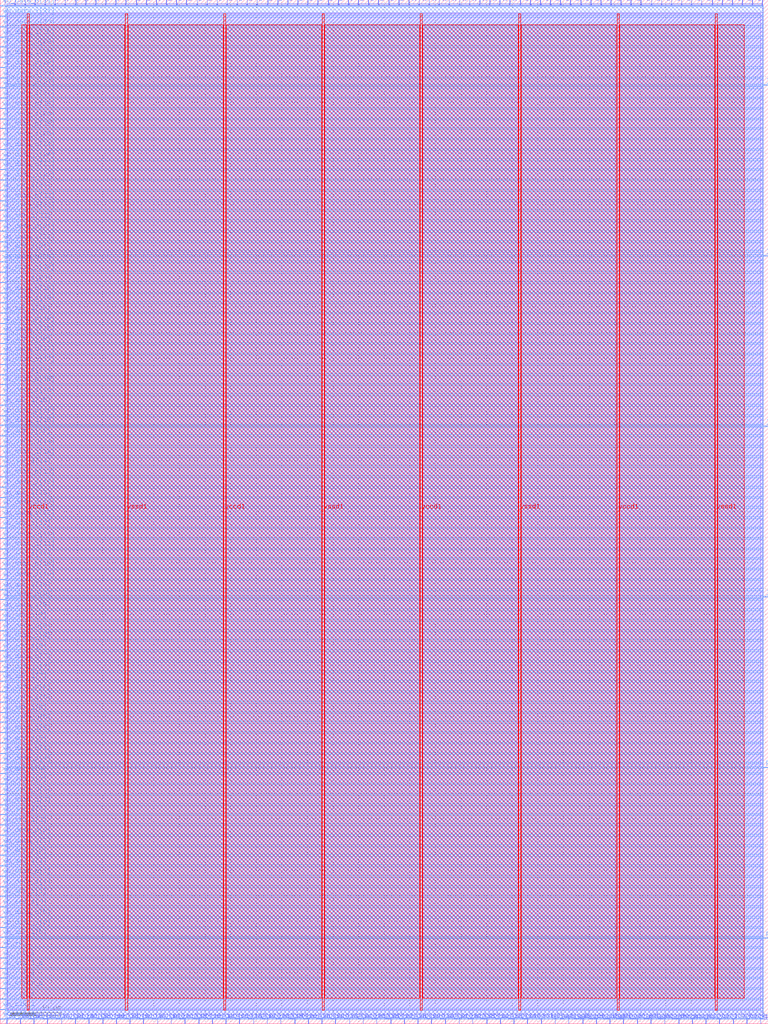
<source format=lef>
VERSION 5.7 ;
  NOWIREEXTENSIONATPIN ON ;
  DIVIDERCHAR "/" ;
  BUSBITCHARS "[]" ;
MACRO Peripherals
  CLASS BLOCK ;
  FOREIGN Peripherals ;
  ORIGIN 0.000 0.000 ;
  SIZE 600.000 BY 800.000 ;
  PIN flash_csb
    DIRECTION INPUT ;
    USE SIGNAL ;
    PORT
      LAYER met2 ;
        RECT 433.410 0.000 433.690 4.000 ;
    END
  END flash_csb
  PIN flash_io0_read
    DIRECTION OUTPUT TRISTATE ;
    USE SIGNAL ;
    PORT
      LAYER met2 ;
        RECT 443.990 0.000 444.270 4.000 ;
    END
  END flash_io0_read
  PIN flash_io0_we
    DIRECTION INPUT ;
    USE SIGNAL ;
    PORT
      LAYER met2 ;
        RECT 455.030 0.000 455.310 4.000 ;
    END
  END flash_io0_we
  PIN flash_io0_write
    DIRECTION INPUT ;
    USE SIGNAL ;
    PORT
      LAYER met2 ;
        RECT 465.610 0.000 465.890 4.000 ;
    END
  END flash_io0_write
  PIN flash_io1_read
    DIRECTION OUTPUT TRISTATE ;
    USE SIGNAL ;
    PORT
      LAYER met2 ;
        RECT 476.190 0.000 476.470 4.000 ;
    END
  END flash_io1_read
  PIN flash_io1_we
    DIRECTION INPUT ;
    USE SIGNAL ;
    PORT
      LAYER met2 ;
        RECT 486.770 0.000 487.050 4.000 ;
    END
  END flash_io1_we
  PIN flash_io1_write
    DIRECTION INPUT ;
    USE SIGNAL ;
    PORT
      LAYER met2 ;
        RECT 497.810 0.000 498.090 4.000 ;
    END
  END flash_io1_write
  PIN flash_sck
    DIRECTION INPUT ;
    USE SIGNAL ;
    PORT
      LAYER met2 ;
        RECT 508.390 0.000 508.670 4.000 ;
    END
  END flash_sck
  PIN internal_uart_rx
    DIRECTION INPUT ;
    USE SIGNAL ;
    PORT
      LAYER met2 ;
        RECT 411.790 0.000 412.070 4.000 ;
    END
  END internal_uart_rx
  PIN internal_uart_tx
    DIRECTION OUTPUT TRISTATE ;
    USE SIGNAL ;
    PORT
      LAYER met2 ;
        RECT 422.830 0.000 423.110 4.000 ;
    END
  END internal_uart_tx
  PIN io_in[0]
    DIRECTION INPUT ;
    USE SIGNAL ;
    PORT
      LAYER met2 ;
        RECT 3.770 796.000 4.050 800.000 ;
    END
  END io_in[0]
  PIN io_in[10]
    DIRECTION INPUT ;
    USE SIGNAL ;
    PORT
      LAYER met2 ;
        RECT 82.430 796.000 82.710 800.000 ;
    END
  END io_in[10]
  PIN io_in[11]
    DIRECTION INPUT ;
    USE SIGNAL ;
    PORT
      LAYER met2 ;
        RECT 90.250 796.000 90.530 800.000 ;
    END
  END io_in[11]
  PIN io_in[12]
    DIRECTION INPUT ;
    USE SIGNAL ;
    PORT
      LAYER met2 ;
        RECT 98.070 796.000 98.350 800.000 ;
    END
  END io_in[12]
  PIN io_in[13]
    DIRECTION INPUT ;
    USE SIGNAL ;
    PORT
      LAYER met2 ;
        RECT 106.350 796.000 106.630 800.000 ;
    END
  END io_in[13]
  PIN io_in[14]
    DIRECTION INPUT ;
    USE SIGNAL ;
    PORT
      LAYER met2 ;
        RECT 114.170 796.000 114.450 800.000 ;
    END
  END io_in[14]
  PIN io_in[15]
    DIRECTION INPUT ;
    USE SIGNAL ;
    PORT
      LAYER met2 ;
        RECT 121.990 796.000 122.270 800.000 ;
    END
  END io_in[15]
  PIN io_in[16]
    DIRECTION INPUT ;
    USE SIGNAL ;
    PORT
      LAYER met2 ;
        RECT 129.810 796.000 130.090 800.000 ;
    END
  END io_in[16]
  PIN io_in[17]
    DIRECTION INPUT ;
    USE SIGNAL ;
    PORT
      LAYER met2 ;
        RECT 137.630 796.000 137.910 800.000 ;
    END
  END io_in[17]
  PIN io_in[18]
    DIRECTION INPUT ;
    USE SIGNAL ;
    PORT
      LAYER met2 ;
        RECT 145.450 796.000 145.730 800.000 ;
    END
  END io_in[18]
  PIN io_in[19]
    DIRECTION INPUT ;
    USE SIGNAL ;
    PORT
      LAYER met2 ;
        RECT 153.730 796.000 154.010 800.000 ;
    END
  END io_in[19]
  PIN io_in[1]
    DIRECTION INPUT ;
    USE SIGNAL ;
    PORT
      LAYER met2 ;
        RECT 11.590 796.000 11.870 800.000 ;
    END
  END io_in[1]
  PIN io_in[20]
    DIRECTION INPUT ;
    USE SIGNAL ;
    PORT
      LAYER met2 ;
        RECT 161.550 796.000 161.830 800.000 ;
    END
  END io_in[20]
  PIN io_in[21]
    DIRECTION INPUT ;
    USE SIGNAL ;
    PORT
      LAYER met2 ;
        RECT 169.370 796.000 169.650 800.000 ;
    END
  END io_in[21]
  PIN io_in[22]
    DIRECTION INPUT ;
    USE SIGNAL ;
    PORT
      LAYER met2 ;
        RECT 177.190 796.000 177.470 800.000 ;
    END
  END io_in[22]
  PIN io_in[23]
    DIRECTION INPUT ;
    USE SIGNAL ;
    PORT
      LAYER met2 ;
        RECT 185.010 796.000 185.290 800.000 ;
    END
  END io_in[23]
  PIN io_in[24]
    DIRECTION INPUT ;
    USE SIGNAL ;
    PORT
      LAYER met2 ;
        RECT 192.830 796.000 193.110 800.000 ;
    END
  END io_in[24]
  PIN io_in[25]
    DIRECTION INPUT ;
    USE SIGNAL ;
    PORT
      LAYER met2 ;
        RECT 200.650 796.000 200.930 800.000 ;
    END
  END io_in[25]
  PIN io_in[26]
    DIRECTION INPUT ;
    USE SIGNAL ;
    PORT
      LAYER met2 ;
        RECT 208.930 796.000 209.210 800.000 ;
    END
  END io_in[26]
  PIN io_in[27]
    DIRECTION INPUT ;
    USE SIGNAL ;
    PORT
      LAYER met2 ;
        RECT 216.750 796.000 217.030 800.000 ;
    END
  END io_in[27]
  PIN io_in[28]
    DIRECTION INPUT ;
    USE SIGNAL ;
    PORT
      LAYER met2 ;
        RECT 224.570 796.000 224.850 800.000 ;
    END
  END io_in[28]
  PIN io_in[29]
    DIRECTION INPUT ;
    USE SIGNAL ;
    PORT
      LAYER met2 ;
        RECT 232.390 796.000 232.670 800.000 ;
    END
  END io_in[29]
  PIN io_in[2]
    DIRECTION INPUT ;
    USE SIGNAL ;
    PORT
      LAYER met2 ;
        RECT 19.410 796.000 19.690 800.000 ;
    END
  END io_in[2]
  PIN io_in[30]
    DIRECTION INPUT ;
    USE SIGNAL ;
    PORT
      LAYER met2 ;
        RECT 240.210 796.000 240.490 800.000 ;
    END
  END io_in[30]
  PIN io_in[31]
    DIRECTION INPUT ;
    USE SIGNAL ;
    PORT
      LAYER met2 ;
        RECT 248.030 796.000 248.310 800.000 ;
    END
  END io_in[31]
  PIN io_in[32]
    DIRECTION INPUT ;
    USE SIGNAL ;
    PORT
      LAYER met2 ;
        RECT 256.310 796.000 256.590 800.000 ;
    END
  END io_in[32]
  PIN io_in[33]
    DIRECTION INPUT ;
    USE SIGNAL ;
    PORT
      LAYER met2 ;
        RECT 264.130 796.000 264.410 800.000 ;
    END
  END io_in[33]
  PIN io_in[34]
    DIRECTION INPUT ;
    USE SIGNAL ;
    PORT
      LAYER met2 ;
        RECT 271.950 796.000 272.230 800.000 ;
    END
  END io_in[34]
  PIN io_in[35]
    DIRECTION INPUT ;
    USE SIGNAL ;
    PORT
      LAYER met2 ;
        RECT 279.770 796.000 280.050 800.000 ;
    END
  END io_in[35]
  PIN io_in[36]
    DIRECTION INPUT ;
    USE SIGNAL ;
    PORT
      LAYER met2 ;
        RECT 287.590 796.000 287.870 800.000 ;
    END
  END io_in[36]
  PIN io_in[37]
    DIRECTION INPUT ;
    USE SIGNAL ;
    PORT
      LAYER met2 ;
        RECT 295.410 796.000 295.690 800.000 ;
    END
  END io_in[37]
  PIN io_in[3]
    DIRECTION INPUT ;
    USE SIGNAL ;
    PORT
      LAYER met2 ;
        RECT 27.230 796.000 27.510 800.000 ;
    END
  END io_in[3]
  PIN io_in[4]
    DIRECTION INPUT ;
    USE SIGNAL ;
    PORT
      LAYER met2 ;
        RECT 35.050 796.000 35.330 800.000 ;
    END
  END io_in[4]
  PIN io_in[5]
    DIRECTION INPUT ;
    USE SIGNAL ;
    PORT
      LAYER met2 ;
        RECT 42.870 796.000 43.150 800.000 ;
    END
  END io_in[5]
  PIN io_in[6]
    DIRECTION INPUT ;
    USE SIGNAL ;
    PORT
      LAYER met2 ;
        RECT 50.690 796.000 50.970 800.000 ;
    END
  END io_in[6]
  PIN io_in[7]
    DIRECTION INPUT ;
    USE SIGNAL ;
    PORT
      LAYER met2 ;
        RECT 58.970 796.000 59.250 800.000 ;
    END
  END io_in[7]
  PIN io_in[8]
    DIRECTION INPUT ;
    USE SIGNAL ;
    PORT
      LAYER met2 ;
        RECT 66.790 796.000 67.070 800.000 ;
    END
  END io_in[8]
  PIN io_in[9]
    DIRECTION INPUT ;
    USE SIGNAL ;
    PORT
      LAYER met2 ;
        RECT 74.610 796.000 74.890 800.000 ;
    END
  END io_in[9]
  PIN io_oeb[0]
    DIRECTION OUTPUT TRISTATE ;
    USE SIGNAL ;
    PORT
      LAYER met2 ;
        RECT 5.150 0.000 5.430 4.000 ;
    END
  END io_oeb[0]
  PIN io_oeb[10]
    DIRECTION OUTPUT TRISTATE ;
    USE SIGNAL ;
    PORT
      LAYER met2 ;
        RECT 111.870 0.000 112.150 4.000 ;
    END
  END io_oeb[10]
  PIN io_oeb[11]
    DIRECTION OUTPUT TRISTATE ;
    USE SIGNAL ;
    PORT
      LAYER met2 ;
        RECT 122.910 0.000 123.190 4.000 ;
    END
  END io_oeb[11]
  PIN io_oeb[12]
    DIRECTION OUTPUT TRISTATE ;
    USE SIGNAL ;
    PORT
      LAYER met2 ;
        RECT 133.490 0.000 133.770 4.000 ;
    END
  END io_oeb[12]
  PIN io_oeb[13]
    DIRECTION OUTPUT TRISTATE ;
    USE SIGNAL ;
    PORT
      LAYER met2 ;
        RECT 144.070 0.000 144.350 4.000 ;
    END
  END io_oeb[13]
  PIN io_oeb[14]
    DIRECTION OUTPUT TRISTATE ;
    USE SIGNAL ;
    PORT
      LAYER met2 ;
        RECT 155.110 0.000 155.390 4.000 ;
    END
  END io_oeb[14]
  PIN io_oeb[15]
    DIRECTION OUTPUT TRISTATE ;
    USE SIGNAL ;
    PORT
      LAYER met2 ;
        RECT 165.690 0.000 165.970 4.000 ;
    END
  END io_oeb[15]
  PIN io_oeb[16]
    DIRECTION OUTPUT TRISTATE ;
    USE SIGNAL ;
    PORT
      LAYER met2 ;
        RECT 176.270 0.000 176.550 4.000 ;
    END
  END io_oeb[16]
  PIN io_oeb[17]
    DIRECTION OUTPUT TRISTATE ;
    USE SIGNAL ;
    PORT
      LAYER met2 ;
        RECT 186.850 0.000 187.130 4.000 ;
    END
  END io_oeb[17]
  PIN io_oeb[18]
    DIRECTION OUTPUT TRISTATE ;
    USE SIGNAL ;
    PORT
      LAYER met2 ;
        RECT 197.890 0.000 198.170 4.000 ;
    END
  END io_oeb[18]
  PIN io_oeb[19]
    DIRECTION OUTPUT TRISTATE ;
    USE SIGNAL ;
    PORT
      LAYER met2 ;
        RECT 208.470 0.000 208.750 4.000 ;
    END
  END io_oeb[19]
  PIN io_oeb[1]
    DIRECTION OUTPUT TRISTATE ;
    USE SIGNAL ;
    PORT
      LAYER met2 ;
        RECT 15.730 0.000 16.010 4.000 ;
    END
  END io_oeb[1]
  PIN io_oeb[20]
    DIRECTION OUTPUT TRISTATE ;
    USE SIGNAL ;
    PORT
      LAYER met2 ;
        RECT 219.050 0.000 219.330 4.000 ;
    END
  END io_oeb[20]
  PIN io_oeb[21]
    DIRECTION OUTPUT TRISTATE ;
    USE SIGNAL ;
    PORT
      LAYER met2 ;
        RECT 230.090 0.000 230.370 4.000 ;
    END
  END io_oeb[21]
  PIN io_oeb[22]
    DIRECTION OUTPUT TRISTATE ;
    USE SIGNAL ;
    PORT
      LAYER met2 ;
        RECT 240.670 0.000 240.950 4.000 ;
    END
  END io_oeb[22]
  PIN io_oeb[23]
    DIRECTION OUTPUT TRISTATE ;
    USE SIGNAL ;
    PORT
      LAYER met2 ;
        RECT 251.250 0.000 251.530 4.000 ;
    END
  END io_oeb[23]
  PIN io_oeb[24]
    DIRECTION OUTPUT TRISTATE ;
    USE SIGNAL ;
    PORT
      LAYER met2 ;
        RECT 261.830 0.000 262.110 4.000 ;
    END
  END io_oeb[24]
  PIN io_oeb[25]
    DIRECTION OUTPUT TRISTATE ;
    USE SIGNAL ;
    PORT
      LAYER met2 ;
        RECT 272.870 0.000 273.150 4.000 ;
    END
  END io_oeb[25]
  PIN io_oeb[26]
    DIRECTION OUTPUT TRISTATE ;
    USE SIGNAL ;
    PORT
      LAYER met2 ;
        RECT 283.450 0.000 283.730 4.000 ;
    END
  END io_oeb[26]
  PIN io_oeb[27]
    DIRECTION OUTPUT TRISTATE ;
    USE SIGNAL ;
    PORT
      LAYER met2 ;
        RECT 294.030 0.000 294.310 4.000 ;
    END
  END io_oeb[27]
  PIN io_oeb[28]
    DIRECTION OUTPUT TRISTATE ;
    USE SIGNAL ;
    PORT
      LAYER met2 ;
        RECT 305.070 0.000 305.350 4.000 ;
    END
  END io_oeb[28]
  PIN io_oeb[29]
    DIRECTION OUTPUT TRISTATE ;
    USE SIGNAL ;
    PORT
      LAYER met2 ;
        RECT 315.650 0.000 315.930 4.000 ;
    END
  END io_oeb[29]
  PIN io_oeb[2]
    DIRECTION OUTPUT TRISTATE ;
    USE SIGNAL ;
    PORT
      LAYER met2 ;
        RECT 26.310 0.000 26.590 4.000 ;
    END
  END io_oeb[2]
  PIN io_oeb[30]
    DIRECTION OUTPUT TRISTATE ;
    USE SIGNAL ;
    PORT
      LAYER met2 ;
        RECT 326.230 0.000 326.510 4.000 ;
    END
  END io_oeb[30]
  PIN io_oeb[31]
    DIRECTION OUTPUT TRISTATE ;
    USE SIGNAL ;
    PORT
      LAYER met2 ;
        RECT 336.810 0.000 337.090 4.000 ;
    END
  END io_oeb[31]
  PIN io_oeb[32]
    DIRECTION OUTPUT TRISTATE ;
    USE SIGNAL ;
    PORT
      LAYER met2 ;
        RECT 347.850 0.000 348.130 4.000 ;
    END
  END io_oeb[32]
  PIN io_oeb[33]
    DIRECTION OUTPUT TRISTATE ;
    USE SIGNAL ;
    PORT
      LAYER met2 ;
        RECT 358.430 0.000 358.710 4.000 ;
    END
  END io_oeb[33]
  PIN io_oeb[34]
    DIRECTION OUTPUT TRISTATE ;
    USE SIGNAL ;
    PORT
      LAYER met2 ;
        RECT 369.010 0.000 369.290 4.000 ;
    END
  END io_oeb[34]
  PIN io_oeb[35]
    DIRECTION OUTPUT TRISTATE ;
    USE SIGNAL ;
    PORT
      LAYER met2 ;
        RECT 380.050 0.000 380.330 4.000 ;
    END
  END io_oeb[35]
  PIN io_oeb[36]
    DIRECTION OUTPUT TRISTATE ;
    USE SIGNAL ;
    PORT
      LAYER met2 ;
        RECT 390.630 0.000 390.910 4.000 ;
    END
  END io_oeb[36]
  PIN io_oeb[37]
    DIRECTION OUTPUT TRISTATE ;
    USE SIGNAL ;
    PORT
      LAYER met2 ;
        RECT 401.210 0.000 401.490 4.000 ;
    END
  END io_oeb[37]
  PIN io_oeb[3]
    DIRECTION OUTPUT TRISTATE ;
    USE SIGNAL ;
    PORT
      LAYER met2 ;
        RECT 36.890 0.000 37.170 4.000 ;
    END
  END io_oeb[3]
  PIN io_oeb[4]
    DIRECTION OUTPUT TRISTATE ;
    USE SIGNAL ;
    PORT
      LAYER met2 ;
        RECT 47.930 0.000 48.210 4.000 ;
    END
  END io_oeb[4]
  PIN io_oeb[5]
    DIRECTION OUTPUT TRISTATE ;
    USE SIGNAL ;
    PORT
      LAYER met2 ;
        RECT 58.510 0.000 58.790 4.000 ;
    END
  END io_oeb[5]
  PIN io_oeb[6]
    DIRECTION OUTPUT TRISTATE ;
    USE SIGNAL ;
    PORT
      LAYER met2 ;
        RECT 69.090 0.000 69.370 4.000 ;
    END
  END io_oeb[6]
  PIN io_oeb[7]
    DIRECTION OUTPUT TRISTATE ;
    USE SIGNAL ;
    PORT
      LAYER met2 ;
        RECT 80.130 0.000 80.410 4.000 ;
    END
  END io_oeb[7]
  PIN io_oeb[8]
    DIRECTION OUTPUT TRISTATE ;
    USE SIGNAL ;
    PORT
      LAYER met2 ;
        RECT 90.710 0.000 90.990 4.000 ;
    END
  END io_oeb[8]
  PIN io_oeb[9]
    DIRECTION OUTPUT TRISTATE ;
    USE SIGNAL ;
    PORT
      LAYER met2 ;
        RECT 101.290 0.000 101.570 4.000 ;
    END
  END io_oeb[9]
  PIN io_out[0]
    DIRECTION OUTPUT TRISTATE ;
    USE SIGNAL ;
    PORT
      LAYER met2 ;
        RECT 303.690 796.000 303.970 800.000 ;
    END
  END io_out[0]
  PIN io_out[10]
    DIRECTION OUTPUT TRISTATE ;
    USE SIGNAL ;
    PORT
      LAYER met2 ;
        RECT 382.350 796.000 382.630 800.000 ;
    END
  END io_out[10]
  PIN io_out[11]
    DIRECTION OUTPUT TRISTATE ;
    USE SIGNAL ;
    PORT
      LAYER met2 ;
        RECT 390.170 796.000 390.450 800.000 ;
    END
  END io_out[11]
  PIN io_out[12]
    DIRECTION OUTPUT TRISTATE ;
    USE SIGNAL ;
    PORT
      LAYER met2 ;
        RECT 397.990 796.000 398.270 800.000 ;
    END
  END io_out[12]
  PIN io_out[13]
    DIRECTION OUTPUT TRISTATE ;
    USE SIGNAL ;
    PORT
      LAYER met2 ;
        RECT 406.270 796.000 406.550 800.000 ;
    END
  END io_out[13]
  PIN io_out[14]
    DIRECTION OUTPUT TRISTATE ;
    USE SIGNAL ;
    PORT
      LAYER met2 ;
        RECT 414.090 796.000 414.370 800.000 ;
    END
  END io_out[14]
  PIN io_out[15]
    DIRECTION OUTPUT TRISTATE ;
    USE SIGNAL ;
    PORT
      LAYER met2 ;
        RECT 421.910 796.000 422.190 800.000 ;
    END
  END io_out[15]
  PIN io_out[16]
    DIRECTION OUTPUT TRISTATE ;
    USE SIGNAL ;
    PORT
      LAYER met2 ;
        RECT 429.730 796.000 430.010 800.000 ;
    END
  END io_out[16]
  PIN io_out[17]
    DIRECTION OUTPUT TRISTATE ;
    USE SIGNAL ;
    PORT
      LAYER met2 ;
        RECT 437.550 796.000 437.830 800.000 ;
    END
  END io_out[17]
  PIN io_out[18]
    DIRECTION OUTPUT TRISTATE ;
    USE SIGNAL ;
    PORT
      LAYER met2 ;
        RECT 445.370 796.000 445.650 800.000 ;
    END
  END io_out[18]
  PIN io_out[19]
    DIRECTION OUTPUT TRISTATE ;
    USE SIGNAL ;
    PORT
      LAYER met2 ;
        RECT 453.650 796.000 453.930 800.000 ;
    END
  END io_out[19]
  PIN io_out[1]
    DIRECTION OUTPUT TRISTATE ;
    USE SIGNAL ;
    PORT
      LAYER met2 ;
        RECT 311.510 796.000 311.790 800.000 ;
    END
  END io_out[1]
  PIN io_out[20]
    DIRECTION OUTPUT TRISTATE ;
    USE SIGNAL ;
    PORT
      LAYER met2 ;
        RECT 461.470 796.000 461.750 800.000 ;
    END
  END io_out[20]
  PIN io_out[21]
    DIRECTION OUTPUT TRISTATE ;
    USE SIGNAL ;
    PORT
      LAYER met2 ;
        RECT 469.290 796.000 469.570 800.000 ;
    END
  END io_out[21]
  PIN io_out[22]
    DIRECTION OUTPUT TRISTATE ;
    USE SIGNAL ;
    PORT
      LAYER met2 ;
        RECT 477.110 796.000 477.390 800.000 ;
    END
  END io_out[22]
  PIN io_out[23]
    DIRECTION OUTPUT TRISTATE ;
    USE SIGNAL ;
    PORT
      LAYER met2 ;
        RECT 484.930 796.000 485.210 800.000 ;
    END
  END io_out[23]
  PIN io_out[24]
    DIRECTION OUTPUT TRISTATE ;
    USE SIGNAL ;
    PORT
      LAYER met2 ;
        RECT 492.750 796.000 493.030 800.000 ;
    END
  END io_out[24]
  PIN io_out[25]
    DIRECTION OUTPUT TRISTATE ;
    USE SIGNAL ;
    PORT
      LAYER met2 ;
        RECT 500.570 796.000 500.850 800.000 ;
    END
  END io_out[25]
  PIN io_out[26]
    DIRECTION OUTPUT TRISTATE ;
    USE SIGNAL ;
    PORT
      LAYER met2 ;
        RECT 508.850 796.000 509.130 800.000 ;
    END
  END io_out[26]
  PIN io_out[27]
    DIRECTION OUTPUT TRISTATE ;
    USE SIGNAL ;
    PORT
      LAYER met2 ;
        RECT 516.670 796.000 516.950 800.000 ;
    END
  END io_out[27]
  PIN io_out[28]
    DIRECTION OUTPUT TRISTATE ;
    USE SIGNAL ;
    PORT
      LAYER met2 ;
        RECT 524.490 796.000 524.770 800.000 ;
    END
  END io_out[28]
  PIN io_out[29]
    DIRECTION OUTPUT TRISTATE ;
    USE SIGNAL ;
    PORT
      LAYER met2 ;
        RECT 532.310 796.000 532.590 800.000 ;
    END
  END io_out[29]
  PIN io_out[2]
    DIRECTION OUTPUT TRISTATE ;
    USE SIGNAL ;
    PORT
      LAYER met2 ;
        RECT 319.330 796.000 319.610 800.000 ;
    END
  END io_out[2]
  PIN io_out[30]
    DIRECTION OUTPUT TRISTATE ;
    USE SIGNAL ;
    PORT
      LAYER met2 ;
        RECT 540.130 796.000 540.410 800.000 ;
    END
  END io_out[30]
  PIN io_out[31]
    DIRECTION OUTPUT TRISTATE ;
    USE SIGNAL ;
    PORT
      LAYER met2 ;
        RECT 547.950 796.000 548.230 800.000 ;
    END
  END io_out[31]
  PIN io_out[32]
    DIRECTION OUTPUT TRISTATE ;
    USE SIGNAL ;
    PORT
      LAYER met2 ;
        RECT 556.230 796.000 556.510 800.000 ;
    END
  END io_out[32]
  PIN io_out[33]
    DIRECTION OUTPUT TRISTATE ;
    USE SIGNAL ;
    PORT
      LAYER met2 ;
        RECT 564.050 796.000 564.330 800.000 ;
    END
  END io_out[33]
  PIN io_out[34]
    DIRECTION OUTPUT TRISTATE ;
    USE SIGNAL ;
    PORT
      LAYER met2 ;
        RECT 571.870 796.000 572.150 800.000 ;
    END
  END io_out[34]
  PIN io_out[35]
    DIRECTION OUTPUT TRISTATE ;
    USE SIGNAL ;
    PORT
      LAYER met2 ;
        RECT 579.690 796.000 579.970 800.000 ;
    END
  END io_out[35]
  PIN io_out[36]
    DIRECTION OUTPUT TRISTATE ;
    USE SIGNAL ;
    PORT
      LAYER met2 ;
        RECT 587.510 796.000 587.790 800.000 ;
    END
  END io_out[36]
  PIN io_out[37]
    DIRECTION OUTPUT TRISTATE ;
    USE SIGNAL ;
    PORT
      LAYER met2 ;
        RECT 595.330 796.000 595.610 800.000 ;
    END
  END io_out[37]
  PIN io_out[3]
    DIRECTION OUTPUT TRISTATE ;
    USE SIGNAL ;
    PORT
      LAYER met2 ;
        RECT 327.150 796.000 327.430 800.000 ;
    END
  END io_out[3]
  PIN io_out[4]
    DIRECTION OUTPUT TRISTATE ;
    USE SIGNAL ;
    PORT
      LAYER met2 ;
        RECT 334.970 796.000 335.250 800.000 ;
    END
  END io_out[4]
  PIN io_out[5]
    DIRECTION OUTPUT TRISTATE ;
    USE SIGNAL ;
    PORT
      LAYER met2 ;
        RECT 342.790 796.000 343.070 800.000 ;
    END
  END io_out[5]
  PIN io_out[6]
    DIRECTION OUTPUT TRISTATE ;
    USE SIGNAL ;
    PORT
      LAYER met2 ;
        RECT 350.610 796.000 350.890 800.000 ;
    END
  END io_out[6]
  PIN io_out[7]
    DIRECTION OUTPUT TRISTATE ;
    USE SIGNAL ;
    PORT
      LAYER met2 ;
        RECT 358.890 796.000 359.170 800.000 ;
    END
  END io_out[7]
  PIN io_out[8]
    DIRECTION OUTPUT TRISTATE ;
    USE SIGNAL ;
    PORT
      LAYER met2 ;
        RECT 366.710 796.000 366.990 800.000 ;
    END
  END io_out[8]
  PIN io_out[9]
    DIRECTION OUTPUT TRISTATE ;
    USE SIGNAL ;
    PORT
      LAYER met2 ;
        RECT 374.530 796.000 374.810 800.000 ;
    END
  END io_out[9]
  PIN jtag_tck
    DIRECTION OUTPUT TRISTATE ;
    USE SIGNAL ;
    PORT
      LAYER met3 ;
        RECT 596.000 333.240 600.000 333.840 ;
    END
  END jtag_tck
  PIN jtag_tdi
    DIRECTION OUTPUT TRISTATE ;
    USE SIGNAL ;
    PORT
      LAYER met3 ;
        RECT 596.000 466.520 600.000 467.120 ;
    END
  END jtag_tdi
  PIN jtag_tdo
    DIRECTION INPUT ;
    USE SIGNAL ;
    PORT
      LAYER met3 ;
        RECT 596.000 599.800 600.000 600.400 ;
    END
  END jtag_tdo
  PIN jtag_tms
    DIRECTION OUTPUT TRISTATE ;
    USE SIGNAL ;
    PORT
      LAYER met3 ;
        RECT 596.000 733.080 600.000 733.680 ;
    END
  END jtag_tms
  PIN probe_blink[0]
    DIRECTION OUTPUT TRISTATE ;
    USE SIGNAL ;
    PORT
      LAYER met3 ;
        RECT 596.000 66.680 600.000 67.280 ;
    END
  END probe_blink[0]
  PIN probe_blink[1]
    DIRECTION OUTPUT TRISTATE ;
    USE SIGNAL ;
    PORT
      LAYER met3 ;
        RECT 596.000 199.960 600.000 200.560 ;
    END
  END probe_blink[1]
  PIN vccd1
    DIRECTION INPUT ;
    USE POWER ;
    PORT
      LAYER met4 ;
        RECT 21.040 10.640 22.640 789.040 ;
    END
    PORT
      LAYER met4 ;
        RECT 174.640 10.640 176.240 789.040 ;
    END
    PORT
      LAYER met4 ;
        RECT 328.240 10.640 329.840 789.040 ;
    END
    PORT
      LAYER met4 ;
        RECT 481.840 10.640 483.440 789.040 ;
    END
  END vccd1
  PIN vga_b[0]
    DIRECTION INPUT ;
    USE SIGNAL ;
    PORT
      LAYER met2 ;
        RECT 540.590 0.000 540.870 4.000 ;
    END
  END vga_b[0]
  PIN vga_b[1]
    DIRECTION INPUT ;
    USE SIGNAL ;
    PORT
      LAYER met2 ;
        RECT 572.790 0.000 573.070 4.000 ;
    END
  END vga_b[1]
  PIN vga_g[0]
    DIRECTION INPUT ;
    USE SIGNAL ;
    PORT
      LAYER met2 ;
        RECT 551.170 0.000 551.450 4.000 ;
    END
  END vga_g[0]
  PIN vga_g[1]
    DIRECTION INPUT ;
    USE SIGNAL ;
    PORT
      LAYER met2 ;
        RECT 583.370 0.000 583.650 4.000 ;
    END
  END vga_g[1]
  PIN vga_hsync
    DIRECTION INPUT ;
    USE SIGNAL ;
    PORT
      LAYER met2 ;
        RECT 518.970 0.000 519.250 4.000 ;
    END
  END vga_hsync
  PIN vga_r[0]
    DIRECTION INPUT ;
    USE SIGNAL ;
    PORT
      LAYER met2 ;
        RECT 561.750 0.000 562.030 4.000 ;
    END
  END vga_r[0]
  PIN vga_r[1]
    DIRECTION INPUT ;
    USE SIGNAL ;
    PORT
      LAYER met2 ;
        RECT 593.950 0.000 594.230 4.000 ;
    END
  END vga_r[1]
  PIN vga_vsync
    DIRECTION INPUT ;
    USE SIGNAL ;
    PORT
      LAYER met2 ;
        RECT 530.010 0.000 530.290 4.000 ;
    END
  END vga_vsync
  PIN vssd1
    DIRECTION INPUT ;
    USE GROUND ;
    PORT
      LAYER met4 ;
        RECT 97.840 10.640 99.440 789.040 ;
    END
    PORT
      LAYER met4 ;
        RECT 251.440 10.640 253.040 789.040 ;
    END
    PORT
      LAYER met4 ;
        RECT 405.040 10.640 406.640 789.040 ;
    END
    PORT
      LAYER met4 ;
        RECT 558.640 10.640 560.240 789.040 ;
    END
  END vssd1
  PIN wb_ack_o
    DIRECTION OUTPUT TRISTATE ;
    USE SIGNAL ;
    PORT
      LAYER met3 ;
        RECT 0.000 3.440 4.000 4.040 ;
    END
  END wb_ack_o
  PIN wb_adr_i[0]
    DIRECTION INPUT ;
    USE SIGNAL ;
    PORT
      LAYER met3 ;
        RECT 0.000 67.360 4.000 67.960 ;
    END
  END wb_adr_i[0]
  PIN wb_adr_i[10]
    DIRECTION INPUT ;
    USE SIGNAL ;
    PORT
      LAYER met3 ;
        RECT 0.000 338.680 4.000 339.280 ;
    END
  END wb_adr_i[10]
  PIN wb_adr_i[11]
    DIRECTION INPUT ;
    USE SIGNAL ;
    PORT
      LAYER met3 ;
        RECT 0.000 363.160 4.000 363.760 ;
    END
  END wb_adr_i[11]
  PIN wb_adr_i[12]
    DIRECTION INPUT ;
    USE SIGNAL ;
    PORT
      LAYER met3 ;
        RECT 0.000 386.960 4.000 387.560 ;
    END
  END wb_adr_i[12]
  PIN wb_adr_i[13]
    DIRECTION INPUT ;
    USE SIGNAL ;
    PORT
      LAYER met3 ;
        RECT 0.000 410.760 4.000 411.360 ;
    END
  END wb_adr_i[13]
  PIN wb_adr_i[14]
    DIRECTION INPUT ;
    USE SIGNAL ;
    PORT
      LAYER met3 ;
        RECT 0.000 435.240 4.000 435.840 ;
    END
  END wb_adr_i[14]
  PIN wb_adr_i[15]
    DIRECTION INPUT ;
    USE SIGNAL ;
    PORT
      LAYER met3 ;
        RECT 0.000 459.040 4.000 459.640 ;
    END
  END wb_adr_i[15]
  PIN wb_adr_i[16]
    DIRECTION INPUT ;
    USE SIGNAL ;
    PORT
      LAYER met3 ;
        RECT 0.000 482.840 4.000 483.440 ;
    END
  END wb_adr_i[16]
  PIN wb_adr_i[17]
    DIRECTION INPUT ;
    USE SIGNAL ;
    PORT
      LAYER met3 ;
        RECT 0.000 506.640 4.000 507.240 ;
    END
  END wb_adr_i[17]
  PIN wb_adr_i[18]
    DIRECTION INPUT ;
    USE SIGNAL ;
    PORT
      LAYER met3 ;
        RECT 0.000 531.120 4.000 531.720 ;
    END
  END wb_adr_i[18]
  PIN wb_adr_i[19]
    DIRECTION INPUT ;
    USE SIGNAL ;
    PORT
      LAYER met3 ;
        RECT 0.000 554.920 4.000 555.520 ;
    END
  END wb_adr_i[19]
  PIN wb_adr_i[1]
    DIRECTION INPUT ;
    USE SIGNAL ;
    PORT
      LAYER met3 ;
        RECT 0.000 99.320 4.000 99.920 ;
    END
  END wb_adr_i[1]
  PIN wb_adr_i[20]
    DIRECTION INPUT ;
    USE SIGNAL ;
    PORT
      LAYER met3 ;
        RECT 0.000 578.720 4.000 579.320 ;
    END
  END wb_adr_i[20]
  PIN wb_adr_i[21]
    DIRECTION INPUT ;
    USE SIGNAL ;
    PORT
      LAYER met3 ;
        RECT 0.000 603.200 4.000 603.800 ;
    END
  END wb_adr_i[21]
  PIN wb_adr_i[22]
    DIRECTION INPUT ;
    USE SIGNAL ;
    PORT
      LAYER met3 ;
        RECT 0.000 627.000 4.000 627.600 ;
    END
  END wb_adr_i[22]
  PIN wb_adr_i[23]
    DIRECTION INPUT ;
    USE SIGNAL ;
    PORT
      LAYER met3 ;
        RECT 0.000 650.800 4.000 651.400 ;
    END
  END wb_adr_i[23]
  PIN wb_adr_i[2]
    DIRECTION INPUT ;
    USE SIGNAL ;
    PORT
      LAYER met3 ;
        RECT 0.000 131.280 4.000 131.880 ;
    END
  END wb_adr_i[2]
  PIN wb_adr_i[3]
    DIRECTION INPUT ;
    USE SIGNAL ;
    PORT
      LAYER met3 ;
        RECT 0.000 163.240 4.000 163.840 ;
    END
  END wb_adr_i[3]
  PIN wb_adr_i[4]
    DIRECTION INPUT ;
    USE SIGNAL ;
    PORT
      LAYER met3 ;
        RECT 0.000 195.200 4.000 195.800 ;
    END
  END wb_adr_i[4]
  PIN wb_adr_i[5]
    DIRECTION INPUT ;
    USE SIGNAL ;
    PORT
      LAYER met3 ;
        RECT 0.000 219.000 4.000 219.600 ;
    END
  END wb_adr_i[5]
  PIN wb_adr_i[6]
    DIRECTION INPUT ;
    USE SIGNAL ;
    PORT
      LAYER met3 ;
        RECT 0.000 242.800 4.000 243.400 ;
    END
  END wb_adr_i[6]
  PIN wb_adr_i[7]
    DIRECTION INPUT ;
    USE SIGNAL ;
    PORT
      LAYER met3 ;
        RECT 0.000 267.280 4.000 267.880 ;
    END
  END wb_adr_i[7]
  PIN wb_adr_i[8]
    DIRECTION INPUT ;
    USE SIGNAL ;
    PORT
      LAYER met3 ;
        RECT 0.000 291.080 4.000 291.680 ;
    END
  END wb_adr_i[8]
  PIN wb_adr_i[9]
    DIRECTION INPUT ;
    USE SIGNAL ;
    PORT
      LAYER met3 ;
        RECT 0.000 314.880 4.000 315.480 ;
    END
  END wb_adr_i[9]
  PIN wb_clk_i
    DIRECTION INPUT ;
    USE SIGNAL ;
    PORT
      LAYER met3 ;
        RECT 0.000 10.920 4.000 11.520 ;
    END
  END wb_clk_i
  PIN wb_cyc_i
    DIRECTION INPUT ;
    USE SIGNAL ;
    PORT
      LAYER met3 ;
        RECT 0.000 19.080 4.000 19.680 ;
    END
  END wb_cyc_i
  PIN wb_data_i[0]
    DIRECTION INPUT ;
    USE SIGNAL ;
    PORT
      LAYER met3 ;
        RECT 0.000 74.840 4.000 75.440 ;
    END
  END wb_data_i[0]
  PIN wb_data_i[10]
    DIRECTION INPUT ;
    USE SIGNAL ;
    PORT
      LAYER met3 ;
        RECT 0.000 346.840 4.000 347.440 ;
    END
  END wb_data_i[10]
  PIN wb_data_i[11]
    DIRECTION INPUT ;
    USE SIGNAL ;
    PORT
      LAYER met3 ;
        RECT 0.000 370.640 4.000 371.240 ;
    END
  END wb_data_i[11]
  PIN wb_data_i[12]
    DIRECTION INPUT ;
    USE SIGNAL ;
    PORT
      LAYER met3 ;
        RECT 0.000 395.120 4.000 395.720 ;
    END
  END wb_data_i[12]
  PIN wb_data_i[13]
    DIRECTION INPUT ;
    USE SIGNAL ;
    PORT
      LAYER met3 ;
        RECT 0.000 418.920 4.000 419.520 ;
    END
  END wb_data_i[13]
  PIN wb_data_i[14]
    DIRECTION INPUT ;
    USE SIGNAL ;
    PORT
      LAYER met3 ;
        RECT 0.000 442.720 4.000 443.320 ;
    END
  END wb_data_i[14]
  PIN wb_data_i[15]
    DIRECTION INPUT ;
    USE SIGNAL ;
    PORT
      LAYER met3 ;
        RECT 0.000 467.200 4.000 467.800 ;
    END
  END wb_data_i[15]
  PIN wb_data_i[16]
    DIRECTION INPUT ;
    USE SIGNAL ;
    PORT
      LAYER met3 ;
        RECT 0.000 491.000 4.000 491.600 ;
    END
  END wb_data_i[16]
  PIN wb_data_i[17]
    DIRECTION INPUT ;
    USE SIGNAL ;
    PORT
      LAYER met3 ;
        RECT 0.000 514.800 4.000 515.400 ;
    END
  END wb_data_i[17]
  PIN wb_data_i[18]
    DIRECTION INPUT ;
    USE SIGNAL ;
    PORT
      LAYER met3 ;
        RECT 0.000 538.600 4.000 539.200 ;
    END
  END wb_data_i[18]
  PIN wb_data_i[19]
    DIRECTION INPUT ;
    USE SIGNAL ;
    PORT
      LAYER met3 ;
        RECT 0.000 563.080 4.000 563.680 ;
    END
  END wb_data_i[19]
  PIN wb_data_i[1]
    DIRECTION INPUT ;
    USE SIGNAL ;
    PORT
      LAYER met3 ;
        RECT 0.000 106.800 4.000 107.400 ;
    END
  END wb_data_i[1]
  PIN wb_data_i[20]
    DIRECTION INPUT ;
    USE SIGNAL ;
    PORT
      LAYER met3 ;
        RECT 0.000 586.880 4.000 587.480 ;
    END
  END wb_data_i[20]
  PIN wb_data_i[21]
    DIRECTION INPUT ;
    USE SIGNAL ;
    PORT
      LAYER met3 ;
        RECT 0.000 610.680 4.000 611.280 ;
    END
  END wb_data_i[21]
  PIN wb_data_i[22]
    DIRECTION INPUT ;
    USE SIGNAL ;
    PORT
      LAYER met3 ;
        RECT 0.000 635.160 4.000 635.760 ;
    END
  END wb_data_i[22]
  PIN wb_data_i[23]
    DIRECTION INPUT ;
    USE SIGNAL ;
    PORT
      LAYER met3 ;
        RECT 0.000 658.960 4.000 659.560 ;
    END
  END wb_data_i[23]
  PIN wb_data_i[24]
    DIRECTION INPUT ;
    USE SIGNAL ;
    PORT
      LAYER met3 ;
        RECT 0.000 674.600 4.000 675.200 ;
    END
  END wb_data_i[24]
  PIN wb_data_i[25]
    DIRECTION INPUT ;
    USE SIGNAL ;
    PORT
      LAYER met3 ;
        RECT 0.000 690.920 4.000 691.520 ;
    END
  END wb_data_i[25]
  PIN wb_data_i[26]
    DIRECTION INPUT ;
    USE SIGNAL ;
    PORT
      LAYER met3 ;
        RECT 0.000 706.560 4.000 707.160 ;
    END
  END wb_data_i[26]
  PIN wb_data_i[27]
    DIRECTION INPUT ;
    USE SIGNAL ;
    PORT
      LAYER met3 ;
        RECT 0.000 722.880 4.000 723.480 ;
    END
  END wb_data_i[27]
  PIN wb_data_i[28]
    DIRECTION INPUT ;
    USE SIGNAL ;
    PORT
      LAYER met3 ;
        RECT 0.000 738.520 4.000 739.120 ;
    END
  END wb_data_i[28]
  PIN wb_data_i[29]
    DIRECTION INPUT ;
    USE SIGNAL ;
    PORT
      LAYER met3 ;
        RECT 0.000 754.840 4.000 755.440 ;
    END
  END wb_data_i[29]
  PIN wb_data_i[2]
    DIRECTION INPUT ;
    USE SIGNAL ;
    PORT
      LAYER met3 ;
        RECT 0.000 138.760 4.000 139.360 ;
    END
  END wb_data_i[2]
  PIN wb_data_i[30]
    DIRECTION INPUT ;
    USE SIGNAL ;
    PORT
      LAYER met3 ;
        RECT 0.000 770.480 4.000 771.080 ;
    END
  END wb_data_i[30]
  PIN wb_data_i[31]
    DIRECTION INPUT ;
    USE SIGNAL ;
    PORT
      LAYER met3 ;
        RECT 0.000 786.800 4.000 787.400 ;
    END
  END wb_data_i[31]
  PIN wb_data_i[3]
    DIRECTION INPUT ;
    USE SIGNAL ;
    PORT
      LAYER met3 ;
        RECT 0.000 170.720 4.000 171.320 ;
    END
  END wb_data_i[3]
  PIN wb_data_i[4]
    DIRECTION INPUT ;
    USE SIGNAL ;
    PORT
      LAYER met3 ;
        RECT 0.000 203.360 4.000 203.960 ;
    END
  END wb_data_i[4]
  PIN wb_data_i[5]
    DIRECTION INPUT ;
    USE SIGNAL ;
    PORT
      LAYER met3 ;
        RECT 0.000 227.160 4.000 227.760 ;
    END
  END wb_data_i[5]
  PIN wb_data_i[6]
    DIRECTION INPUT ;
    USE SIGNAL ;
    PORT
      LAYER met3 ;
        RECT 0.000 250.960 4.000 251.560 ;
    END
  END wb_data_i[6]
  PIN wb_data_i[7]
    DIRECTION INPUT ;
    USE SIGNAL ;
    PORT
      LAYER met3 ;
        RECT 0.000 274.760 4.000 275.360 ;
    END
  END wb_data_i[7]
  PIN wb_data_i[8]
    DIRECTION INPUT ;
    USE SIGNAL ;
    PORT
      LAYER met3 ;
        RECT 0.000 299.240 4.000 299.840 ;
    END
  END wb_data_i[8]
  PIN wb_data_i[9]
    DIRECTION INPUT ;
    USE SIGNAL ;
    PORT
      LAYER met3 ;
        RECT 0.000 323.040 4.000 323.640 ;
    END
  END wb_data_i[9]
  PIN wb_data_o[0]
    DIRECTION OUTPUT TRISTATE ;
    USE SIGNAL ;
    PORT
      LAYER met3 ;
        RECT 0.000 83.000 4.000 83.600 ;
    END
  END wb_data_o[0]
  PIN wb_data_o[10]
    DIRECTION OUTPUT TRISTATE ;
    USE SIGNAL ;
    PORT
      LAYER met3 ;
        RECT 0.000 355.000 4.000 355.600 ;
    END
  END wb_data_o[10]
  PIN wb_data_o[11]
    DIRECTION OUTPUT TRISTATE ;
    USE SIGNAL ;
    PORT
      LAYER met3 ;
        RECT 0.000 378.800 4.000 379.400 ;
    END
  END wb_data_o[11]
  PIN wb_data_o[12]
    DIRECTION OUTPUT TRISTATE ;
    USE SIGNAL ;
    PORT
      LAYER met3 ;
        RECT 0.000 403.280 4.000 403.880 ;
    END
  END wb_data_o[12]
  PIN wb_data_o[13]
    DIRECTION OUTPUT TRISTATE ;
    USE SIGNAL ;
    PORT
      LAYER met3 ;
        RECT 0.000 427.080 4.000 427.680 ;
    END
  END wb_data_o[13]
  PIN wb_data_o[14]
    DIRECTION OUTPUT TRISTATE ;
    USE SIGNAL ;
    PORT
      LAYER met3 ;
        RECT 0.000 450.880 4.000 451.480 ;
    END
  END wb_data_o[14]
  PIN wb_data_o[15]
    DIRECTION OUTPUT TRISTATE ;
    USE SIGNAL ;
    PORT
      LAYER met3 ;
        RECT 0.000 474.680 4.000 475.280 ;
    END
  END wb_data_o[15]
  PIN wb_data_o[16]
    DIRECTION OUTPUT TRISTATE ;
    USE SIGNAL ;
    PORT
      LAYER met3 ;
        RECT 0.000 499.160 4.000 499.760 ;
    END
  END wb_data_o[16]
  PIN wb_data_o[17]
    DIRECTION OUTPUT TRISTATE ;
    USE SIGNAL ;
    PORT
      LAYER met3 ;
        RECT 0.000 522.960 4.000 523.560 ;
    END
  END wb_data_o[17]
  PIN wb_data_o[18]
    DIRECTION OUTPUT TRISTATE ;
    USE SIGNAL ;
    PORT
      LAYER met3 ;
        RECT 0.000 546.760 4.000 547.360 ;
    END
  END wb_data_o[18]
  PIN wb_data_o[19]
    DIRECTION OUTPUT TRISTATE ;
    USE SIGNAL ;
    PORT
      LAYER met3 ;
        RECT 0.000 570.560 4.000 571.160 ;
    END
  END wb_data_o[19]
  PIN wb_data_o[1]
    DIRECTION OUTPUT TRISTATE ;
    USE SIGNAL ;
    PORT
      LAYER met3 ;
        RECT 0.000 114.960 4.000 115.560 ;
    END
  END wb_data_o[1]
  PIN wb_data_o[20]
    DIRECTION OUTPUT TRISTATE ;
    USE SIGNAL ;
    PORT
      LAYER met3 ;
        RECT 0.000 595.040 4.000 595.640 ;
    END
  END wb_data_o[20]
  PIN wb_data_o[21]
    DIRECTION OUTPUT TRISTATE ;
    USE SIGNAL ;
    PORT
      LAYER met3 ;
        RECT 0.000 618.840 4.000 619.440 ;
    END
  END wb_data_o[21]
  PIN wb_data_o[22]
    DIRECTION OUTPUT TRISTATE ;
    USE SIGNAL ;
    PORT
      LAYER met3 ;
        RECT 0.000 642.640 4.000 643.240 ;
    END
  END wb_data_o[22]
  PIN wb_data_o[23]
    DIRECTION OUTPUT TRISTATE ;
    USE SIGNAL ;
    PORT
      LAYER met3 ;
        RECT 0.000 667.120 4.000 667.720 ;
    END
  END wb_data_o[23]
  PIN wb_data_o[24]
    DIRECTION OUTPUT TRISTATE ;
    USE SIGNAL ;
    PORT
      LAYER met3 ;
        RECT 0.000 682.760 4.000 683.360 ;
    END
  END wb_data_o[24]
  PIN wb_data_o[25]
    DIRECTION OUTPUT TRISTATE ;
    USE SIGNAL ;
    PORT
      LAYER met3 ;
        RECT 0.000 699.080 4.000 699.680 ;
    END
  END wb_data_o[25]
  PIN wb_data_o[26]
    DIRECTION OUTPUT TRISTATE ;
    USE SIGNAL ;
    PORT
      LAYER met3 ;
        RECT 0.000 714.720 4.000 715.320 ;
    END
  END wb_data_o[26]
  PIN wb_data_o[27]
    DIRECTION OUTPUT TRISTATE ;
    USE SIGNAL ;
    PORT
      LAYER met3 ;
        RECT 0.000 731.040 4.000 731.640 ;
    END
  END wb_data_o[27]
  PIN wb_data_o[28]
    DIRECTION OUTPUT TRISTATE ;
    USE SIGNAL ;
    PORT
      LAYER met3 ;
        RECT 0.000 746.680 4.000 747.280 ;
    END
  END wb_data_o[28]
  PIN wb_data_o[29]
    DIRECTION OUTPUT TRISTATE ;
    USE SIGNAL ;
    PORT
      LAYER met3 ;
        RECT 0.000 763.000 4.000 763.600 ;
    END
  END wb_data_o[29]
  PIN wb_data_o[2]
    DIRECTION OUTPUT TRISTATE ;
    USE SIGNAL ;
    PORT
      LAYER met3 ;
        RECT 0.000 146.920 4.000 147.520 ;
    END
  END wb_data_o[2]
  PIN wb_data_o[30]
    DIRECTION OUTPUT TRISTATE ;
    USE SIGNAL ;
    PORT
      LAYER met3 ;
        RECT 0.000 778.640 4.000 779.240 ;
    END
  END wb_data_o[30]
  PIN wb_data_o[31]
    DIRECTION OUTPUT TRISTATE ;
    USE SIGNAL ;
    PORT
      LAYER met3 ;
        RECT 0.000 794.960 4.000 795.560 ;
    END
  END wb_data_o[31]
  PIN wb_data_o[3]
    DIRECTION OUTPUT TRISTATE ;
    USE SIGNAL ;
    PORT
      LAYER met3 ;
        RECT 0.000 178.880 4.000 179.480 ;
    END
  END wb_data_o[3]
  PIN wb_data_o[4]
    DIRECTION OUTPUT TRISTATE ;
    USE SIGNAL ;
    PORT
      LAYER met3 ;
        RECT 0.000 210.840 4.000 211.440 ;
    END
  END wb_data_o[4]
  PIN wb_data_o[5]
    DIRECTION OUTPUT TRISTATE ;
    USE SIGNAL ;
    PORT
      LAYER met3 ;
        RECT 0.000 235.320 4.000 235.920 ;
    END
  END wb_data_o[5]
  PIN wb_data_o[6]
    DIRECTION OUTPUT TRISTATE ;
    USE SIGNAL ;
    PORT
      LAYER met3 ;
        RECT 0.000 259.120 4.000 259.720 ;
    END
  END wb_data_o[6]
  PIN wb_data_o[7]
    DIRECTION OUTPUT TRISTATE ;
    USE SIGNAL ;
    PORT
      LAYER met3 ;
        RECT 0.000 282.920 4.000 283.520 ;
    END
  END wb_data_o[7]
  PIN wb_data_o[8]
    DIRECTION OUTPUT TRISTATE ;
    USE SIGNAL ;
    PORT
      LAYER met3 ;
        RECT 0.000 306.720 4.000 307.320 ;
    END
  END wb_data_o[8]
  PIN wb_data_o[9]
    DIRECTION OUTPUT TRISTATE ;
    USE SIGNAL ;
    PORT
      LAYER met3 ;
        RECT 0.000 331.200 4.000 331.800 ;
    END
  END wb_data_o[9]
  PIN wb_error_o
    DIRECTION OUTPUT TRISTATE ;
    USE SIGNAL ;
    PORT
      LAYER met3 ;
        RECT 0.000 27.240 4.000 27.840 ;
    END
  END wb_error_o
  PIN wb_rst_i
    DIRECTION INPUT ;
    USE SIGNAL ;
    PORT
      LAYER met3 ;
        RECT 0.000 35.400 4.000 36.000 ;
    END
  END wb_rst_i
  PIN wb_sel_i[0]
    DIRECTION INPUT ;
    USE SIGNAL ;
    PORT
      LAYER met3 ;
        RECT 0.000 91.160 4.000 91.760 ;
    END
  END wb_sel_i[0]
  PIN wb_sel_i[1]
    DIRECTION INPUT ;
    USE SIGNAL ;
    PORT
      LAYER met3 ;
        RECT 0.000 123.120 4.000 123.720 ;
    END
  END wb_sel_i[1]
  PIN wb_sel_i[2]
    DIRECTION INPUT ;
    USE SIGNAL ;
    PORT
      LAYER met3 ;
        RECT 0.000 155.080 4.000 155.680 ;
    END
  END wb_sel_i[2]
  PIN wb_sel_i[3]
    DIRECTION INPUT ;
    USE SIGNAL ;
    PORT
      LAYER met3 ;
        RECT 0.000 187.040 4.000 187.640 ;
    END
  END wb_sel_i[3]
  PIN wb_stall_o
    DIRECTION OUTPUT TRISTATE ;
    USE SIGNAL ;
    PORT
      LAYER met3 ;
        RECT 0.000 42.880 4.000 43.480 ;
    END
  END wb_stall_o
  PIN wb_stb_i
    DIRECTION INPUT ;
    USE SIGNAL ;
    PORT
      LAYER met3 ;
        RECT 0.000 51.040 4.000 51.640 ;
    END
  END wb_stb_i
  PIN wb_we_i
    DIRECTION INPUT ;
    USE SIGNAL ;
    PORT
      LAYER met3 ;
        RECT 0.000 59.200 4.000 59.800 ;
    END
  END wb_we_i
  OBS
      LAYER li1 ;
        RECT 5.520 10.795 594.320 788.885 ;
      LAYER met1 ;
        RECT 5.130 6.840 595.630 789.780 ;
      LAYER met2 ;
        RECT 5.160 795.720 11.310 796.690 ;
        RECT 12.150 795.720 19.130 796.690 ;
        RECT 19.970 795.720 26.950 796.690 ;
        RECT 27.790 795.720 34.770 796.690 ;
        RECT 35.610 795.720 42.590 796.690 ;
        RECT 43.430 795.720 50.410 796.690 ;
        RECT 51.250 795.720 58.690 796.690 ;
        RECT 59.530 795.720 66.510 796.690 ;
        RECT 67.350 795.720 74.330 796.690 ;
        RECT 75.170 795.720 82.150 796.690 ;
        RECT 82.990 795.720 89.970 796.690 ;
        RECT 90.810 795.720 97.790 796.690 ;
        RECT 98.630 795.720 106.070 796.690 ;
        RECT 106.910 795.720 113.890 796.690 ;
        RECT 114.730 795.720 121.710 796.690 ;
        RECT 122.550 795.720 129.530 796.690 ;
        RECT 130.370 795.720 137.350 796.690 ;
        RECT 138.190 795.720 145.170 796.690 ;
        RECT 146.010 795.720 153.450 796.690 ;
        RECT 154.290 795.720 161.270 796.690 ;
        RECT 162.110 795.720 169.090 796.690 ;
        RECT 169.930 795.720 176.910 796.690 ;
        RECT 177.750 795.720 184.730 796.690 ;
        RECT 185.570 795.720 192.550 796.690 ;
        RECT 193.390 795.720 200.370 796.690 ;
        RECT 201.210 795.720 208.650 796.690 ;
        RECT 209.490 795.720 216.470 796.690 ;
        RECT 217.310 795.720 224.290 796.690 ;
        RECT 225.130 795.720 232.110 796.690 ;
        RECT 232.950 795.720 239.930 796.690 ;
        RECT 240.770 795.720 247.750 796.690 ;
        RECT 248.590 795.720 256.030 796.690 ;
        RECT 256.870 795.720 263.850 796.690 ;
        RECT 264.690 795.720 271.670 796.690 ;
        RECT 272.510 795.720 279.490 796.690 ;
        RECT 280.330 795.720 287.310 796.690 ;
        RECT 288.150 795.720 295.130 796.690 ;
        RECT 295.970 795.720 303.410 796.690 ;
        RECT 304.250 795.720 311.230 796.690 ;
        RECT 312.070 795.720 319.050 796.690 ;
        RECT 319.890 795.720 326.870 796.690 ;
        RECT 327.710 795.720 334.690 796.690 ;
        RECT 335.530 795.720 342.510 796.690 ;
        RECT 343.350 795.720 350.330 796.690 ;
        RECT 351.170 795.720 358.610 796.690 ;
        RECT 359.450 795.720 366.430 796.690 ;
        RECT 367.270 795.720 374.250 796.690 ;
        RECT 375.090 795.720 382.070 796.690 ;
        RECT 382.910 795.720 389.890 796.690 ;
        RECT 390.730 795.720 397.710 796.690 ;
        RECT 398.550 795.720 405.990 796.690 ;
        RECT 406.830 795.720 413.810 796.690 ;
        RECT 414.650 795.720 421.630 796.690 ;
        RECT 422.470 795.720 429.450 796.690 ;
        RECT 430.290 795.720 437.270 796.690 ;
        RECT 438.110 795.720 445.090 796.690 ;
        RECT 445.930 795.720 453.370 796.690 ;
        RECT 454.210 795.720 461.190 796.690 ;
        RECT 462.030 795.720 469.010 796.690 ;
        RECT 469.850 795.720 476.830 796.690 ;
        RECT 477.670 795.720 484.650 796.690 ;
        RECT 485.490 795.720 492.470 796.690 ;
        RECT 493.310 795.720 500.290 796.690 ;
        RECT 501.130 795.720 508.570 796.690 ;
        RECT 509.410 795.720 516.390 796.690 ;
        RECT 517.230 795.720 524.210 796.690 ;
        RECT 525.050 795.720 532.030 796.690 ;
        RECT 532.870 795.720 539.850 796.690 ;
        RECT 540.690 795.720 547.670 796.690 ;
        RECT 548.510 795.720 555.950 796.690 ;
        RECT 556.790 795.720 563.770 796.690 ;
        RECT 564.610 795.720 571.590 796.690 ;
        RECT 572.430 795.720 579.410 796.690 ;
        RECT 580.250 795.720 587.230 796.690 ;
        RECT 588.070 795.720 595.050 796.690 ;
        RECT 5.160 4.280 595.600 795.720 ;
        RECT 5.710 3.555 15.450 4.280 ;
        RECT 16.290 3.555 26.030 4.280 ;
        RECT 26.870 3.555 36.610 4.280 ;
        RECT 37.450 3.555 47.650 4.280 ;
        RECT 48.490 3.555 58.230 4.280 ;
        RECT 59.070 3.555 68.810 4.280 ;
        RECT 69.650 3.555 79.850 4.280 ;
        RECT 80.690 3.555 90.430 4.280 ;
        RECT 91.270 3.555 101.010 4.280 ;
        RECT 101.850 3.555 111.590 4.280 ;
        RECT 112.430 3.555 122.630 4.280 ;
        RECT 123.470 3.555 133.210 4.280 ;
        RECT 134.050 3.555 143.790 4.280 ;
        RECT 144.630 3.555 154.830 4.280 ;
        RECT 155.670 3.555 165.410 4.280 ;
        RECT 166.250 3.555 175.990 4.280 ;
        RECT 176.830 3.555 186.570 4.280 ;
        RECT 187.410 3.555 197.610 4.280 ;
        RECT 198.450 3.555 208.190 4.280 ;
        RECT 209.030 3.555 218.770 4.280 ;
        RECT 219.610 3.555 229.810 4.280 ;
        RECT 230.650 3.555 240.390 4.280 ;
        RECT 241.230 3.555 250.970 4.280 ;
        RECT 251.810 3.555 261.550 4.280 ;
        RECT 262.390 3.555 272.590 4.280 ;
        RECT 273.430 3.555 283.170 4.280 ;
        RECT 284.010 3.555 293.750 4.280 ;
        RECT 294.590 3.555 304.790 4.280 ;
        RECT 305.630 3.555 315.370 4.280 ;
        RECT 316.210 3.555 325.950 4.280 ;
        RECT 326.790 3.555 336.530 4.280 ;
        RECT 337.370 3.555 347.570 4.280 ;
        RECT 348.410 3.555 358.150 4.280 ;
        RECT 358.990 3.555 368.730 4.280 ;
        RECT 369.570 3.555 379.770 4.280 ;
        RECT 380.610 3.555 390.350 4.280 ;
        RECT 391.190 3.555 400.930 4.280 ;
        RECT 401.770 3.555 411.510 4.280 ;
        RECT 412.350 3.555 422.550 4.280 ;
        RECT 423.390 3.555 433.130 4.280 ;
        RECT 433.970 3.555 443.710 4.280 ;
        RECT 444.550 3.555 454.750 4.280 ;
        RECT 455.590 3.555 465.330 4.280 ;
        RECT 466.170 3.555 475.910 4.280 ;
        RECT 476.750 3.555 486.490 4.280 ;
        RECT 487.330 3.555 497.530 4.280 ;
        RECT 498.370 3.555 508.110 4.280 ;
        RECT 508.950 3.555 518.690 4.280 ;
        RECT 519.530 3.555 529.730 4.280 ;
        RECT 530.570 3.555 540.310 4.280 ;
        RECT 541.150 3.555 550.890 4.280 ;
        RECT 551.730 3.555 561.470 4.280 ;
        RECT 562.310 3.555 572.510 4.280 ;
        RECT 573.350 3.555 583.090 4.280 ;
        RECT 583.930 3.555 593.670 4.280 ;
        RECT 594.510 3.555 595.600 4.280 ;
      LAYER met3 ;
        RECT 4.400 794.560 596.000 795.425 ;
        RECT 4.000 787.800 596.000 794.560 ;
        RECT 4.400 786.400 596.000 787.800 ;
        RECT 4.000 779.640 596.000 786.400 ;
        RECT 4.400 778.240 596.000 779.640 ;
        RECT 4.000 771.480 596.000 778.240 ;
        RECT 4.400 770.080 596.000 771.480 ;
        RECT 4.000 764.000 596.000 770.080 ;
        RECT 4.400 762.600 596.000 764.000 ;
        RECT 4.000 755.840 596.000 762.600 ;
        RECT 4.400 754.440 596.000 755.840 ;
        RECT 4.000 747.680 596.000 754.440 ;
        RECT 4.400 746.280 596.000 747.680 ;
        RECT 4.000 739.520 596.000 746.280 ;
        RECT 4.400 738.120 596.000 739.520 ;
        RECT 4.000 734.080 596.000 738.120 ;
        RECT 4.000 732.680 595.600 734.080 ;
        RECT 4.000 732.040 596.000 732.680 ;
        RECT 4.400 730.640 596.000 732.040 ;
        RECT 4.000 723.880 596.000 730.640 ;
        RECT 4.400 722.480 596.000 723.880 ;
        RECT 4.000 715.720 596.000 722.480 ;
        RECT 4.400 714.320 596.000 715.720 ;
        RECT 4.000 707.560 596.000 714.320 ;
        RECT 4.400 706.160 596.000 707.560 ;
        RECT 4.000 700.080 596.000 706.160 ;
        RECT 4.400 698.680 596.000 700.080 ;
        RECT 4.000 691.920 596.000 698.680 ;
        RECT 4.400 690.520 596.000 691.920 ;
        RECT 4.000 683.760 596.000 690.520 ;
        RECT 4.400 682.360 596.000 683.760 ;
        RECT 4.000 675.600 596.000 682.360 ;
        RECT 4.400 674.200 596.000 675.600 ;
        RECT 4.000 668.120 596.000 674.200 ;
        RECT 4.400 666.720 596.000 668.120 ;
        RECT 4.000 659.960 596.000 666.720 ;
        RECT 4.400 658.560 596.000 659.960 ;
        RECT 4.000 651.800 596.000 658.560 ;
        RECT 4.400 650.400 596.000 651.800 ;
        RECT 4.000 643.640 596.000 650.400 ;
        RECT 4.400 642.240 596.000 643.640 ;
        RECT 4.000 636.160 596.000 642.240 ;
        RECT 4.400 634.760 596.000 636.160 ;
        RECT 4.000 628.000 596.000 634.760 ;
        RECT 4.400 626.600 596.000 628.000 ;
        RECT 4.000 619.840 596.000 626.600 ;
        RECT 4.400 618.440 596.000 619.840 ;
        RECT 4.000 611.680 596.000 618.440 ;
        RECT 4.400 610.280 596.000 611.680 ;
        RECT 4.000 604.200 596.000 610.280 ;
        RECT 4.400 602.800 596.000 604.200 ;
        RECT 4.000 600.800 596.000 602.800 ;
        RECT 4.000 599.400 595.600 600.800 ;
        RECT 4.000 596.040 596.000 599.400 ;
        RECT 4.400 594.640 596.000 596.040 ;
        RECT 4.000 587.880 596.000 594.640 ;
        RECT 4.400 586.480 596.000 587.880 ;
        RECT 4.000 579.720 596.000 586.480 ;
        RECT 4.400 578.320 596.000 579.720 ;
        RECT 4.000 571.560 596.000 578.320 ;
        RECT 4.400 570.160 596.000 571.560 ;
        RECT 4.000 564.080 596.000 570.160 ;
        RECT 4.400 562.680 596.000 564.080 ;
        RECT 4.000 555.920 596.000 562.680 ;
        RECT 4.400 554.520 596.000 555.920 ;
        RECT 4.000 547.760 596.000 554.520 ;
        RECT 4.400 546.360 596.000 547.760 ;
        RECT 4.000 539.600 596.000 546.360 ;
        RECT 4.400 538.200 596.000 539.600 ;
        RECT 4.000 532.120 596.000 538.200 ;
        RECT 4.400 530.720 596.000 532.120 ;
        RECT 4.000 523.960 596.000 530.720 ;
        RECT 4.400 522.560 596.000 523.960 ;
        RECT 4.000 515.800 596.000 522.560 ;
        RECT 4.400 514.400 596.000 515.800 ;
        RECT 4.000 507.640 596.000 514.400 ;
        RECT 4.400 506.240 596.000 507.640 ;
        RECT 4.000 500.160 596.000 506.240 ;
        RECT 4.400 498.760 596.000 500.160 ;
        RECT 4.000 492.000 596.000 498.760 ;
        RECT 4.400 490.600 596.000 492.000 ;
        RECT 4.000 483.840 596.000 490.600 ;
        RECT 4.400 482.440 596.000 483.840 ;
        RECT 4.000 475.680 596.000 482.440 ;
        RECT 4.400 474.280 596.000 475.680 ;
        RECT 4.000 468.200 596.000 474.280 ;
        RECT 4.400 467.520 596.000 468.200 ;
        RECT 4.400 466.800 595.600 467.520 ;
        RECT 4.000 466.120 595.600 466.800 ;
        RECT 4.000 460.040 596.000 466.120 ;
        RECT 4.400 458.640 596.000 460.040 ;
        RECT 4.000 451.880 596.000 458.640 ;
        RECT 4.400 450.480 596.000 451.880 ;
        RECT 4.000 443.720 596.000 450.480 ;
        RECT 4.400 442.320 596.000 443.720 ;
        RECT 4.000 436.240 596.000 442.320 ;
        RECT 4.400 434.840 596.000 436.240 ;
        RECT 4.000 428.080 596.000 434.840 ;
        RECT 4.400 426.680 596.000 428.080 ;
        RECT 4.000 419.920 596.000 426.680 ;
        RECT 4.400 418.520 596.000 419.920 ;
        RECT 4.000 411.760 596.000 418.520 ;
        RECT 4.400 410.360 596.000 411.760 ;
        RECT 4.000 404.280 596.000 410.360 ;
        RECT 4.400 402.880 596.000 404.280 ;
        RECT 4.000 396.120 596.000 402.880 ;
        RECT 4.400 394.720 596.000 396.120 ;
        RECT 4.000 387.960 596.000 394.720 ;
        RECT 4.400 386.560 596.000 387.960 ;
        RECT 4.000 379.800 596.000 386.560 ;
        RECT 4.400 378.400 596.000 379.800 ;
        RECT 4.000 371.640 596.000 378.400 ;
        RECT 4.400 370.240 596.000 371.640 ;
        RECT 4.000 364.160 596.000 370.240 ;
        RECT 4.400 362.760 596.000 364.160 ;
        RECT 4.000 356.000 596.000 362.760 ;
        RECT 4.400 354.600 596.000 356.000 ;
        RECT 4.000 347.840 596.000 354.600 ;
        RECT 4.400 346.440 596.000 347.840 ;
        RECT 4.000 339.680 596.000 346.440 ;
        RECT 4.400 338.280 596.000 339.680 ;
        RECT 4.000 334.240 596.000 338.280 ;
        RECT 4.000 332.840 595.600 334.240 ;
        RECT 4.000 332.200 596.000 332.840 ;
        RECT 4.400 330.800 596.000 332.200 ;
        RECT 4.000 324.040 596.000 330.800 ;
        RECT 4.400 322.640 596.000 324.040 ;
        RECT 4.000 315.880 596.000 322.640 ;
        RECT 4.400 314.480 596.000 315.880 ;
        RECT 4.000 307.720 596.000 314.480 ;
        RECT 4.400 306.320 596.000 307.720 ;
        RECT 4.000 300.240 596.000 306.320 ;
        RECT 4.400 298.840 596.000 300.240 ;
        RECT 4.000 292.080 596.000 298.840 ;
        RECT 4.400 290.680 596.000 292.080 ;
        RECT 4.000 283.920 596.000 290.680 ;
        RECT 4.400 282.520 596.000 283.920 ;
        RECT 4.000 275.760 596.000 282.520 ;
        RECT 4.400 274.360 596.000 275.760 ;
        RECT 4.000 268.280 596.000 274.360 ;
        RECT 4.400 266.880 596.000 268.280 ;
        RECT 4.000 260.120 596.000 266.880 ;
        RECT 4.400 258.720 596.000 260.120 ;
        RECT 4.000 251.960 596.000 258.720 ;
        RECT 4.400 250.560 596.000 251.960 ;
        RECT 4.000 243.800 596.000 250.560 ;
        RECT 4.400 242.400 596.000 243.800 ;
        RECT 4.000 236.320 596.000 242.400 ;
        RECT 4.400 234.920 596.000 236.320 ;
        RECT 4.000 228.160 596.000 234.920 ;
        RECT 4.400 226.760 596.000 228.160 ;
        RECT 4.000 220.000 596.000 226.760 ;
        RECT 4.400 218.600 596.000 220.000 ;
        RECT 4.000 211.840 596.000 218.600 ;
        RECT 4.400 210.440 596.000 211.840 ;
        RECT 4.000 204.360 596.000 210.440 ;
        RECT 4.400 202.960 596.000 204.360 ;
        RECT 4.000 200.960 596.000 202.960 ;
        RECT 4.000 199.560 595.600 200.960 ;
        RECT 4.000 196.200 596.000 199.560 ;
        RECT 4.400 194.800 596.000 196.200 ;
        RECT 4.000 188.040 596.000 194.800 ;
        RECT 4.400 186.640 596.000 188.040 ;
        RECT 4.000 179.880 596.000 186.640 ;
        RECT 4.400 178.480 596.000 179.880 ;
        RECT 4.000 171.720 596.000 178.480 ;
        RECT 4.400 170.320 596.000 171.720 ;
        RECT 4.000 164.240 596.000 170.320 ;
        RECT 4.400 162.840 596.000 164.240 ;
        RECT 4.000 156.080 596.000 162.840 ;
        RECT 4.400 154.680 596.000 156.080 ;
        RECT 4.000 147.920 596.000 154.680 ;
        RECT 4.400 146.520 596.000 147.920 ;
        RECT 4.000 139.760 596.000 146.520 ;
        RECT 4.400 138.360 596.000 139.760 ;
        RECT 4.000 132.280 596.000 138.360 ;
        RECT 4.400 130.880 596.000 132.280 ;
        RECT 4.000 124.120 596.000 130.880 ;
        RECT 4.400 122.720 596.000 124.120 ;
        RECT 4.000 115.960 596.000 122.720 ;
        RECT 4.400 114.560 596.000 115.960 ;
        RECT 4.000 107.800 596.000 114.560 ;
        RECT 4.400 106.400 596.000 107.800 ;
        RECT 4.000 100.320 596.000 106.400 ;
        RECT 4.400 98.920 596.000 100.320 ;
        RECT 4.000 92.160 596.000 98.920 ;
        RECT 4.400 90.760 596.000 92.160 ;
        RECT 4.000 84.000 596.000 90.760 ;
        RECT 4.400 82.600 596.000 84.000 ;
        RECT 4.000 75.840 596.000 82.600 ;
        RECT 4.400 74.440 596.000 75.840 ;
        RECT 4.000 68.360 596.000 74.440 ;
        RECT 4.400 67.680 596.000 68.360 ;
        RECT 4.400 66.960 595.600 67.680 ;
        RECT 4.000 66.280 595.600 66.960 ;
        RECT 4.000 60.200 596.000 66.280 ;
        RECT 4.400 58.800 596.000 60.200 ;
        RECT 4.000 52.040 596.000 58.800 ;
        RECT 4.400 50.640 596.000 52.040 ;
        RECT 4.000 43.880 596.000 50.640 ;
        RECT 4.400 42.480 596.000 43.880 ;
        RECT 4.000 36.400 596.000 42.480 ;
        RECT 4.400 35.000 596.000 36.400 ;
        RECT 4.000 28.240 596.000 35.000 ;
        RECT 4.400 26.840 596.000 28.240 ;
        RECT 4.000 20.080 596.000 26.840 ;
        RECT 4.400 18.680 596.000 20.080 ;
        RECT 4.000 11.920 596.000 18.680 ;
        RECT 4.400 10.520 596.000 11.920 ;
        RECT 4.000 4.440 596.000 10.520 ;
        RECT 4.400 3.575 596.000 4.440 ;
      LAYER met4 ;
        RECT 16.855 19.895 20.640 780.465 ;
        RECT 23.040 19.895 97.440 780.465 ;
        RECT 99.840 19.895 174.240 780.465 ;
        RECT 176.640 19.895 251.040 780.465 ;
        RECT 253.440 19.895 327.840 780.465 ;
        RECT 330.240 19.895 404.640 780.465 ;
        RECT 407.040 19.895 481.440 780.465 ;
        RECT 483.840 19.895 558.240 780.465 ;
        RECT 560.640 19.895 581.145 780.465 ;
  END
END Peripherals
END LIBRARY


</source>
